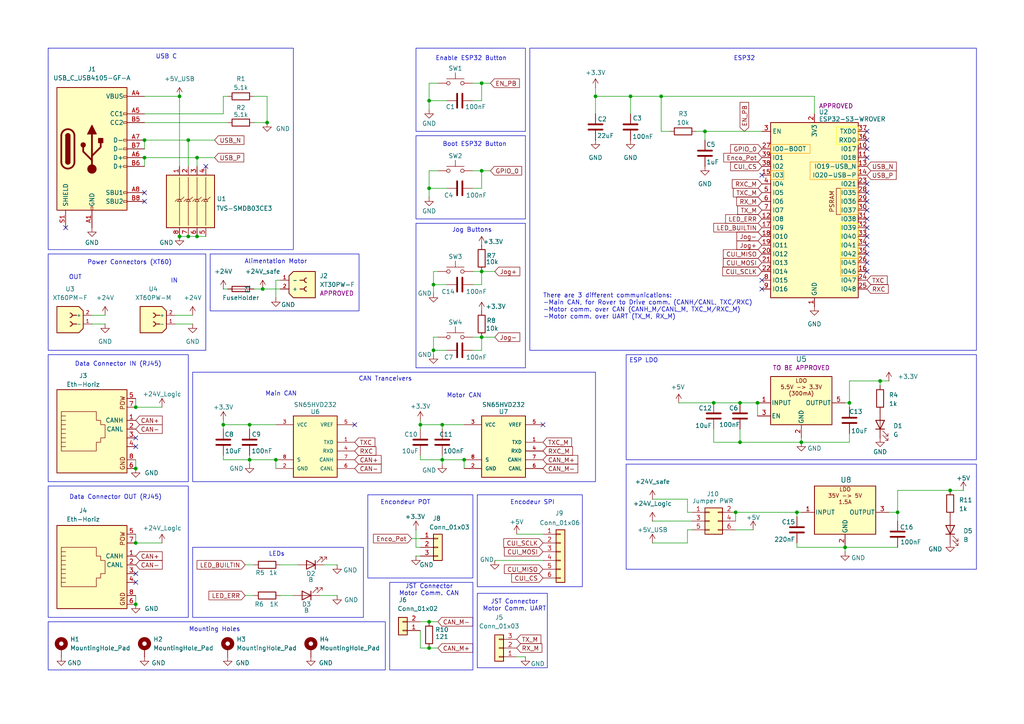
<source format=kicad_sch>
(kicad_sch (version 20231120) (generator "eeschema") (generator_version "8.0")
  (paper "A4")
  (junction (at 39.37 118.11))
  (junction (at 232.41 128.27))
  (junction (at 52.07 27.94))
  (junction (at 255.27 110.49))
  (junction (at 172.72 27.94))
  (junction (at 139.7 49.53))
  (junction (at 231.14 148.59))
  (junction (at 204.47 38.1))
  (junction (at 139.7 24.13))
  (junction (at 72.39 123.19))
  (junction (at 214.63 128.27))
  (junction (at 214.63 116.84))
  (junction (at 39.37 157.48))
  (junction (at 124.46 187.96))
  (junction (at 125.73 101.6))
  (junction (at 77.47 35.56))
  (junction (at 57.15 68.58))
  (junction (at 52.07 68.58))
  (junction (at 246.38 116.84))
  (junction (at 57.15 45.72))
  (junction (at 260.35 148.59))
  (junction (at 128.27 123.19))
  (junction (at 207.01 116.84))
  (junction (at 76.2 83.82))
  (junction (at 124.46 54.61))
  (junction (at 128.27 133.35))
  (junction (at 134.62 133.35))
  (junction (at 124.46 180.34))
  (junction (at 245.11 158.75))
  (junction (at 275.59 142.24))
  (junction (at 72.39 133.35))
  (junction (at 41.91 45.72))
  (junction (at 64.77 123.19))
  (junction (at 80.01 133.35))
  (junction (at 191.77 27.94))
  (junction (at 124.46 29.21))
  (junction (at 182.88 27.94))
  (junction (at 41.91 40.64))
  (junction (at 121.92 123.19))
  (junction (at 125.73 82.55))
  (junction (at 213.36 148.59))
  (junction (at 54.61 68.58))
  (junction (at 39.37 135.89))
  (junction (at 139.7 78.74))
  (junction (at 219.71 116.84))
  (junction (at 54.61 40.64))
  (junction (at 139.7 97.79))
  (junction (at 39.37 175.26))
  (no_connect (at 251.46 71.12))
  (no_connect (at 251.46 60.96))
  (no_connect (at 41.91 58.42))
  (no_connect (at 102.87 123.19))
  (no_connect (at 157.48 123.19))
  (no_connect (at 39.37 166.37))
  (no_connect (at 39.37 127))
  (no_connect (at 220.98 81.28))
  (no_connect (at 39.37 129.54))
  (no_connect (at 251.46 55.88))
  (no_connect (at 41.91 55.88))
  (no_connect (at 59.69 48.26))
  (no_connect (at 251.46 68.58))
  (no_connect (at 39.37 168.91))
  (no_connect (at 251.46 58.42))
  (no_connect (at 251.46 53.34))
  (no_connect (at 251.46 38.1))
  (no_connect (at 251.46 45.72))
  (no_connect (at 19.05 66.04))
  (no_connect (at 251.46 40.64))
  (no_connect (at 251.46 76.2))
  (no_connect (at 220.98 83.82))
  (no_connect (at 251.46 66.04))
  (no_connect (at 220.98 50.8))
  (no_connect (at 251.46 63.5))
  (no_connect (at 251.46 78.74))
  (no_connect (at 251.46 73.66))
  (no_connect (at 251.46 43.18))
  (wire (pts (xy 213.36 148.59) (xy 231.14 148.59)))
  (wire (pts (xy 199.39 153.67) (xy 200.66 153.67)))
  (wire (pts (xy 121.92 180.34) (xy 124.46 180.34)))
  (wire (pts (xy 204.47 38.1) (xy 204.47 40.64)))
  (wire (pts (xy 128.27 123.19) (xy 128.27 124.46)))
  (wire (pts (xy 191.77 38.1) (xy 194.31 38.1)))
  (wire (pts (xy 232.41 128.27) (xy 232.41 127)))
  (wire (pts (xy 64.77 123.19) (xy 64.77 124.46)))
  (wire (pts (xy 214.63 116.84) (xy 219.71 116.84)))
  (wire (pts (xy 93.98 163.83) (xy 97.79 163.83)))
  (wire (pts (xy 255.27 111.76) (xy 255.27 110.49)))
  (wire (pts (xy 80.01 133.35) (xy 80.01 135.89)))
  (wire (pts (xy 139.7 101.6) (xy 139.7 97.79)))
  (wire (pts (xy 246.38 125.73) (xy 246.38 128.27)))
  (wire (pts (xy 121.92 123.19) (xy 121.92 121.92)))
  (wire (pts (xy 207.01 116.84) (xy 214.63 116.84)))
  (wire (pts (xy 191.77 27.94) (xy 191.77 38.1)))
  (wire (pts (xy 143.51 162.56) (xy 157.48 162.56)))
  (wire (pts (xy 213.36 148.59) (xy 213.36 151.13)))
  (wire (pts (xy 72.39 132.08) (xy 72.39 133.35)))
  (wire (pts (xy 207.01 128.27) (xy 214.63 128.27)))
  (wire (pts (xy 54.61 40.64) (xy 62.23 40.64)))
  (wire (pts (xy 92.71 172.72) (xy 97.79 172.72)))
  (wire (pts (xy 73.66 35.56) (xy 77.47 35.56)))
  (wire (pts (xy 64.77 27.94) (xy 64.77 33.02)))
  (wire (pts (xy 199.39 144.78) (xy 189.23 144.78)))
  (wire (pts (xy 71.12 172.72) (xy 73.66 172.72)))
  (wire (pts (xy 231.14 148.59) (xy 231.14 149.86)))
  (wire (pts (xy 125.73 78.74) (xy 127 78.74)))
  (wire (pts (xy 125.73 78.74) (xy 125.73 82.55)))
  (wire (pts (xy 137.16 78.74) (xy 139.7 78.74)))
  (wire (pts (xy 72.39 123.19) (xy 72.39 124.46)))
  (wire (pts (xy 214.63 124.46) (xy 214.63 128.27)))
  (wire (pts (xy 231.14 157.48) (xy 231.14 158.75)))
  (wire (pts (xy 72.39 123.19) (xy 80.01 123.19)))
  (wire (pts (xy 73.66 83.82) (xy 76.2 83.82)))
  (wire (pts (xy 139.7 82.55) (xy 139.7 78.74)))
  (wire (pts (xy 54.61 68.58) (xy 57.15 68.58)))
  (wire (pts (xy 80.01 81.28) (xy 81.28 81.28)))
  (wire (pts (xy 201.93 38.1) (xy 204.47 38.1)))
  (wire (pts (xy 50.8 93.98) (xy 55.88 93.98)))
  (wire (pts (xy 41.91 40.64) (xy 54.61 40.64)))
  (wire (pts (xy 139.7 49.53) (xy 139.7 54.61)))
  (wire (pts (xy 72.39 133.35) (xy 72.39 134.62)))
  (wire (pts (xy 125.73 97.79) (xy 125.73 101.6)))
  (wire (pts (xy 139.7 97.79) (xy 143.51 97.79)))
  (wire (pts (xy 128.27 123.19) (xy 121.92 123.19)))
  (wire (pts (xy 214.63 128.27) (xy 232.41 128.27)))
  (wire (pts (xy 139.7 54.61) (xy 137.16 54.61)))
  (wire (pts (xy 246.38 118.11) (xy 246.38 116.84)))
  (wire (pts (xy 39.37 154.94) (xy 39.37 157.48)))
  (wire (pts (xy 219.71 116.84) (xy 219.71 120.65)))
  (wire (pts (xy 76.2 83.82) (xy 81.28 83.82)))
  (wire (pts (xy 124.46 24.13) (xy 127 24.13)))
  (wire (pts (xy 199.39 157.48) (xy 199.39 153.67)))
  (wire (pts (xy 41.91 33.02) (xy 64.77 33.02)))
  (wire (pts (xy 182.88 27.94) (xy 191.77 27.94)))
  (wire (pts (xy 121.92 187.96) (xy 121.92 182.88)))
  (wire (pts (xy 172.72 27.94) (xy 172.72 33.02)))
  (wire (pts (xy 172.72 25.4) (xy 172.72 27.94)))
  (wire (pts (xy 26.67 91.44) (xy 30.48 91.44)))
  (wire (pts (xy 52.07 68.58) (xy 54.61 68.58)))
  (wire (pts (xy 246.38 110.49) (xy 255.27 110.49)))
  (wire (pts (xy 50.8 91.44) (xy 55.88 91.44)))
  (wire (pts (xy 64.77 123.19) (xy 64.77 121.92)))
  (wire (pts (xy 73.66 27.94) (xy 77.47 27.94)))
  (wire (pts (xy 39.37 172.72) (xy 39.37 175.26)))
  (wire (pts (xy 260.35 151.13) (xy 260.35 148.59)))
  (wire (pts (xy 54.61 40.64) (xy 54.61 48.26)))
  (wire (pts (xy 182.88 27.94) (xy 182.88 33.02)))
  (wire (pts (xy 64.77 83.82) (xy 66.04 83.82)))
  (wire (pts (xy 142.24 49.53) (xy 139.7 49.53)))
  (wire (pts (xy 125.73 97.79) (xy 127 97.79)))
  (wire (pts (xy 137.16 97.79) (xy 139.7 97.79)))
  (wire (pts (xy 196.85 116.84) (xy 207.01 116.84)))
  (wire (pts (xy 139.7 78.74) (xy 143.51 78.74)))
  (wire (pts (xy 81.28 172.72) (xy 85.09 172.72)))
  (wire (pts (xy 121.92 158.75) (xy 120.65 158.75)))
  (wire (pts (xy 120.65 161.29) (xy 121.92 161.29)))
  (wire (pts (xy 125.73 82.55) (xy 125.73 85.09)))
  (wire (pts (xy 41.91 40.64) (xy 41.91 43.18)))
  (wire (pts (xy 245.11 160.02) (xy 245.11 158.75)))
  (wire (pts (xy 213.36 153.67) (xy 218.44 153.67)))
  (wire (pts (xy 119.38 156.21) (xy 121.92 156.21)))
  (wire (pts (xy 260.35 148.59) (xy 257.81 148.59)))
  (wire (pts (xy 142.24 24.13) (xy 139.7 24.13)))
  (wire (pts (xy 246.38 128.27) (xy 232.41 128.27)))
  (wire (pts (xy 139.7 24.13) (xy 139.7 29.21)))
  (wire (pts (xy 77.47 27.94) (xy 77.47 35.56)))
  (wire (pts (xy 41.91 45.72) (xy 57.15 45.72)))
  (wire (pts (xy 207.01 128.27) (xy 207.01 124.46)))
  (wire (pts (xy 275.59 142.24) (xy 260.35 142.24)))
  (wire (pts (xy 275.59 142.24) (xy 279.4 142.24)))
  (wire (pts (xy 246.38 116.84) (xy 245.11 116.84)))
  (wire (pts (xy 39.37 135.89) (xy 39.37 133.35)))
  (wire (pts (xy 124.46 180.34) (xy 127 180.34)))
  (wire (pts (xy 137.16 101.6) (xy 139.7 101.6)))
  (wire (pts (xy 72.39 133.35) (xy 80.01 133.35)))
  (wire (pts (xy 128.27 133.35) (xy 134.62 133.35)))
  (wire (pts (xy 260.35 142.24) (xy 260.35 148.59)))
  (wire (pts (xy 149.86 190.5) (xy 152.4 190.5)))
  (wire (pts (xy 39.37 157.48) (xy 46.99 157.48)))
  (wire (pts (xy 199.39 148.59) (xy 199.39 144.78)))
  (wire (pts (xy 121.92 123.19) (xy 121.92 124.46)))
  (wire (pts (xy 125.73 101.6) (xy 125.73 102.87)))
  (wire (pts (xy 124.46 49.53) (xy 127 49.53)))
  (wire (pts (xy 124.46 54.61) (xy 129.54 54.61)))
  (wire (pts (xy 121.92 187.96) (xy 124.46 187.96)))
  (wire (pts (xy 41.91 45.72) (xy 41.91 48.26)))
  (wire (pts (xy 80.01 86.36) (xy 80.01 81.28)))
  (wire (pts (xy 128.27 133.35) (xy 128.27 132.08)))
  (wire (pts (xy 64.77 133.35) (xy 64.77 132.08)))
  (wire (pts (xy 41.91 35.56) (xy 66.04 35.56)))
  (wire (pts (xy 137.16 82.55) (xy 139.7 82.55)))
  (wire (pts (xy 189.23 157.48) (xy 199.39 157.48)))
  (wire (pts (xy 245.11 158.75) (xy 260.35 158.75)))
  (wire (pts (xy 81.28 163.83) (xy 86.36 163.83)))
  (wire (pts (xy 191.77 27.94) (xy 236.22 27.94)))
  (wire (pts (xy 128.27 133.35) (xy 128.27 134.62)))
  (wire (pts (xy 137.16 24.13) (xy 139.7 24.13)))
  (wire (pts (xy 124.46 49.53) (xy 124.46 54.61)))
  (wire (pts (xy 121.92 133.35) (xy 128.27 133.35)))
  (wire (pts (xy 57.15 45.72) (xy 62.23 45.72)))
  (wire (pts (xy 172.72 27.94) (xy 182.88 27.94)))
  (wire (pts (xy 124.46 24.13) (xy 124.46 29.21)))
  (wire (pts (xy 231.14 158.75) (xy 245.11 158.75)))
  (wire (pts (xy 57.15 45.72) (xy 57.15 48.26)))
  (wire (pts (xy 64.77 123.19) (xy 72.39 123.19)))
  (wire (pts (xy 149.86 154.94) (xy 157.48 154.94)))
  (wire (pts (xy 71.12 163.83) (xy 73.66 163.83)))
  (wire (pts (xy 125.73 82.55) (xy 129.54 82.55)))
  (wire (pts (xy 189.23 151.13) (xy 200.66 151.13)))
  (wire (pts (xy 124.46 54.61) (xy 124.46 57.15)))
  (wire (pts (xy 124.46 29.21) (xy 124.46 31.75)))
  (wire (pts (xy 125.73 101.6) (xy 129.54 101.6)))
  (wire (pts (xy 52.07 48.26) (xy 52.07 27.94)))
  (wire (pts (xy 121.92 133.35) (xy 121.92 132.08)))
  (wire (pts (xy 124.46 187.96) (xy 127 187.96)))
  (wire (pts (xy 134.62 133.35) (xy 134.62 135.89)))
  (wire (pts (xy 137.16 49.53) (xy 139.7 49.53)))
  (wire (pts (xy 120.65 158.75) (xy 120.65 153.67)))
  (wire (pts (xy 39.37 118.11) (xy 46.99 118.11)))
  (wire (pts (xy 255.27 110.49) (xy 257.81 110.49)))
  (wire (pts (xy 231.14 148.59) (xy 232.41 148.59)))
  (wire (pts (xy 139.7 29.21) (xy 137.16 29.21)))
  (wire (pts (xy 134.62 123.19) (xy 128.27 123.19)))
  (wire (pts (xy 199.39 148.59) (xy 200.66 148.59)))
  (wire (pts (xy 57.15 68.58) (xy 59.69 68.58)))
  (wire (pts (xy 204.47 38.1) (xy 220.98 38.1)))
  (wire (pts (xy 124.46 29.21) (xy 129.54 29.21)))
  (wire (pts (xy 26.67 93.98) (xy 30.48 93.98)))
  (wire (pts (xy 64.77 133.35) (xy 72.39 133.35)))
  (wire (pts (xy 41.91 27.94) (xy 52.07 27.94)))
  (wire (pts (xy 236.22 27.94) (xy 236.22 33.02)))
  (wire (pts (xy 246.38 110.49) (xy 246.38 116.84)))
  (wire (pts (xy 39.37 115.57) (xy 39.37 118.11)))
  (wire (pts (xy 64.77 27.94) (xy 66.04 27.94)))
  (rectangle (start 13.97 140.97) (end 54.61 179.07))
  (rectangle (start 120.65 13.97) (end 152.4 38.1))
  (rectangle (start 120.65 64.77) (end 152.4 106.68))
  (rectangle (start 13.97 102.87) (end 54.61 139.7))
  (rectangle (start 55.88 158.75) (end 105.41 179.07))
  (rectangle (start 13.97 73.66) (end 59.69 101.6))
  (rectangle (start 106.68 143.51) (end 137.16 167.64))
  (rectangle (start 120.65 39.37) (end 152.4 63.5))
  (rectangle (start 153.67 13.97) (end 283.21 101.6))
  (rectangle (start 13.97 13.97) (end 85.09 72.39))
  (rectangle (start 55.88 107.95) (end 172.72 139.7))
  (rectangle (start 13.97 180.34) (end 111.76 194.31))
  (rectangle (start 138.43 143.51) (end 168.91 170.18))
  (rectangle (start 60.96 73.66) (end 104.14 90.17))
  (rectangle (start 138.43 172.085) (end 158.75 193.675))
  (rectangle (start 181.61 102.87) (end 283.21 133.35))
  (rectangle (start 181.61 134.62) (end 283.21 165.1))
  (rectangle (start 113.03 168.91) (end 137.16 194.31))
  (text "ESP32" (at 215.9 17.018 0) (effects (font (size 1.27 1.27))))
  (text "Data Connector IN (RJ45)" (at 34.29 105.664 0) (effects (font (size 1.27 1.27))))
  (text "OUT" (at 21.844 80.518 0) (effects (font (size 1.27 1.27))))
  (text "Mounting Holes" (at 62.23 182.626 0) (effects (font (size 1.27 1.27))))
  (text "Encodeur SPI" (at 154.432 145.796 0) (effects (font (size 1.27 1.27))))
  (text "Power Connectors (XT60)" (at 37.592 76.2 0) (effects (font (size 1.27 1.27))))
  (text "JST Connector\nMotor Comm. UART" (at 149.225 175.641 0) (effects (font (size 1.27 1.27))))
  (text "Main CAN" (at 81.534 114.3 0) (effects (font (size 1.27 1.27))))
  (text "Motor CAN" (at 134.62 114.808 0) (effects (font (size 1.27 1.27))))
  (text "There are 3 different communications:\n-Main CAN, for Rover to Drive comm. (CANH/CANL, TXC/RXC)\n-Motor comm. over CAN (CANH_M/CANL_M, TXC_M/RXC_M)\n-Motor comm. over UART (TX_M, RX_M)" (at 157.48 88.9 0) (effects (font (size 1.27 1.27)) (justify left)))
  (text "ESP LDO" (at 186.69 104.648 0) (effects (font (size 1.27 1.27))))
  (text "Alimentation Motor" (at 80.01 75.946 0) (effects (font (size 1.27 1.27))))
  (text "Boot ESP32 Button" (at 137.668 41.91 0) (effects (font (size 1.27 1.27))))
  (text "Jog Buttons" (at 136.906 66.802 0) (effects (font (size 1.27 1.27))))
  (text "Enable ESP32 Button" (at 136.652 17.018 0) (effects (font (size 1.27 1.27))))
  (text "IN" (at 50.546 81.534 0) (effects (font (size 1.27 1.27))))
  (text "CAN Tranceivers" (at 111.76 109.982 0) (effects (font (size 1.27 1.27))))
  (text "Data Connector OUT (RJ45)" (at 33.528 144.272 0) (effects (font (size 1.27 1.27))))
  (text "USB C" (at 48.26 16.51 0) (effects (font (size 1.27 1.27))))
  (text "LEDs" (at 80.264 160.782 0) (effects (font (size 1.27 1.27))))
  (text "Encondeur POT" (at 117.602 145.796 0) (effects (font (size 1.27 1.27))))
  (text "JST Connector\nMotor Comm. CAN" (at 124.46 171.196 0) (effects (font (size 1.27 1.27))))
  (global_label "LED_ERR" (shape input) (at 220.98 63.5 180) (property "Intersheetrefs" "${INTERSHEET_REFS}" (effects (hide yes))))
  (global_label "EN_PB" (shape input) (at 215.9 38.1 90) (property "Intersheetrefs" "${INTERSHEET_REFS}" (effects (hide yes))))
  (global_label "LED_BUILTIN" (shape input) (at 220.98 66.04 180) (property "Intersheetrefs" "${INTERSHEET_REFS}" (effects (hide yes))))
  (global_label "USB_P" (shape input) (at 251.46 50.8 0) (property "Intersheetrefs" "${INTERSHEET_REFS}" (effects (hide yes))))
  (global_label "RX_M" (shape input) (at 149.86 187.96 0) (property "Intersheetrefs" "${INTERSHEET_REFS}" (effects (hide yes))))
  (global_label "CUI_CS" (shape input) (at 220.98 48.26 180) (property "Intersheetrefs" "${INTERSHEET_REFS}" (effects (hide yes))))
  (global_label "CUI_SCLK" (shape input) (at 220.98 78.74 180) (property "Intersheetrefs" "${INTERSHEET_REFS}" (effects (hide yes))))
  (global_label "Jog-" (shape input) (at 220.98 68.58 180) (property "Intersheetrefs" "${INTERSHEET_REFS}" (effects (hide yes))))
  (global_label "Jog+" (shape input) (at 143.51 78.74 0) (property "Intersheetrefs" "${INTERSHEET_REFS}" (effects (hide yes))))
  (global_label "GPIO_0" (shape input) (at 142.24 49.53 0) (property "Intersheetrefs" "${INTERSHEET_REFS}" (effects (hide yes))))
  (global_label "LED_BUILTIN" (shape input) (at 71.12 163.83 180) (property "Intersheetrefs" "${INTERSHEET_REFS}" (effects (hide yes))))
  (global_label "TX_M" (shape input) (at 220.98 60.96 180) (property "Intersheetrefs" "${INTERSHEET_REFS}" (effects (hide yes))))
  (global_label "CUI_MISO" (shape input) (at 157.48 165.1 180) (property "Intersheetrefs" "${INTERSHEET_REFS}" (effects (hide yes))))
  (global_label "CUI_SCLK" (shape input) (at 157.48 157.48 180) (property "Intersheetrefs" "${INTERSHEET_REFS}" (effects (hide yes))))
  (global_label "CAN+" (shape input) (at 39.37 161.29 0) (property "Intersheetrefs" "${INTERSHEET_REFS}" (effects (hide yes))))
  (global_label "TX_M" (shape input) (at 149.86 185.42 0) (property "Intersheetrefs" "${INTERSHEET_REFS}" (effects (hide yes))))
  (global_label "CAN_M+" (shape input) (at 127 187.96 0) (property "Intersheetrefs" "${INTERSHEET_REFS}" (effects (hide yes))))
  (global_label "CUI_MISO" (shape input) (at 220.98 73.66 180) (property "Intersheetrefs" "${INTERSHEET_REFS}" (effects (hide yes))))
  (global_label "CAN_M-" (shape input) (at 157.48 135.89 0) (property "Intersheetrefs" "${INTERSHEET_REFS}" (effects (hide yes))))
  (global_label "TXC_M" (shape input) (at 220.98 55.88 180) (property "Intersheetrefs" "${INTERSHEET_REFS}" (effects (hide yes))))
  (global_label "CAN_M+" (shape input) (at 157.48 133.35 0) (property "Intersheetrefs" "${INTERSHEET_REFS}" (effects (hide yes))))
  (global_label "CAN-" (shape input) (at 39.37 124.46 0) (property "Intersheetrefs" "${INTERSHEET_REFS}" (effects (hide yes))))
  (global_label "USB_P" (shape input) (at 62.23 45.72 0) (property "Intersheetrefs" "${INTERSHEET_REFS}" (effects (hide yes))))
  (global_label "TXC_M" (shape input) (at 157.48 128.27 0) (property "Intersheetrefs" "${INTERSHEET_REFS}" (effects (hide yes))))
  (global_label "RXC" (shape input) (at 251.46 83.82 0) (property "Intersheetrefs" "${INTERSHEET_REFS}" (effects (hide yes))))
  (global_label "LED_ERR" (shape input) (at 71.12 172.72 180) (property "Intersheetrefs" "${INTERSHEET_REFS}" (effects (hide yes))))
  (global_label "CAN+" (shape input) (at 102.87 133.35 0) (property "Intersheetrefs" "${INTERSHEET_REFS}" (effects (hide yes))))
  (global_label "CUI_MOSI" (shape input) (at 220.98 76.2 180) (property "Intersheetrefs" "${INTERSHEET_REFS}" (effects (hide yes))))
  (global_label "CAN+" (shape input) (at 39.37 121.92 0) (property "Intersheetrefs" "${INTERSHEET_REFS}" (effects (hide yes))))
  (global_label "USB_N" (shape input) (at 251.46 48.26 0) (property "Intersheetrefs" "${INTERSHEET_REFS}" (effects (hide yes))))
  (global_label "Jog+" (shape input) (at 220.98 71.12 180) (property "Intersheetrefs" "${INTERSHEET_REFS}" (effects (hide yes))))
  (global_label "CAN-" (shape input) (at 102.87 135.89 0) (property "Intersheetrefs" "${INTERSHEET_REFS}" (effects (hide yes))))
  (global_label "USB_N" (shape input) (at 62.23 40.64 0) (property "Intersheetrefs" "${INTERSHEET_REFS}" (effects (hide yes))))
  (global_label "CAN_M-" (shape input) (at 127 180.34 0) (property "Intersheetrefs" "${INTERSHEET_REFS}" (effects (hide yes))))
  (global_label "Enco_Pot" (shape input) (at 119.38 156.21 180) (property "Intersheetrefs" "${INTERSHEET_REFS}" (effects (hide yes))))
  (global_label "RXC_M" (shape input) (at 157.48 130.81 0) (property "Intersheetrefs" "${INTERSHEET_REFS}" (effects (hide yes))))
  (global_label "Enco_Pot" (shape input) (at 220.98 45.72 180) (property "Intersheetrefs" "${INTERSHEET_REFS}" (effects (hide yes))))
  (global_label "CUI_MOSI" (shape input) (at 157.48 160.02 180) (property "Intersheetrefs" "${INTERSHEET_REFS}" (effects (hide yes))))
  (global_label "RXC" (shape input) (at 102.87 130.81 0) (property "Intersheetrefs" "${INTERSHEET_REFS}" (effects (hide yes))))
  (global_label "CAN-" (shape input) (at 39.37 163.83 0) (property "Intersheetrefs" "${INTERSHEET_REFS}" (effects (hide yes))))
  (global_label "CUI_CS" (shape input) (at 157.48 167.64 180) (property "Intersheetrefs" "${INTERSHEET_REFS}" (effects (hide yes))))
  (global_label "Jog-" (shape input) (at 143.51 97.79 0) (property "Intersheetrefs" "${INTERSHEET_REFS}" (effects (hide yes))))
  (global_label "TXC" (shape input) (at 251.46 81.28 0) (property "Intersheetrefs" "${INTERSHEET_REFS}" (effects (hide yes))))
  (global_label "RXC_M" (shape input) (at 220.98 53.34 180) (property "Intersheetrefs" "${INTERSHEET_REFS}" (effects (hide yes))))
  (global_label "TXC" (shape input) (at 102.87 128.27 0) (property "Intersheetrefs" "${INTERSHEET_REFS}" (effects (hide yes))))
  (global_label "EN_PB" (shape input) (at 142.24 24.13 0) (property "Intersheetrefs" "${INTERSHEET_REFS}" (effects (hide yes))))
  (global_label "GPIO_0" (shape input) (at 220.98 43.18 180) (property "Intersheetrefs" "${INTERSHEET_REFS}" (effects (hide yes))))
  (global_label "RX_M" (shape input) (at 220.98 58.42 180) (property "Intersheetrefs" "${INTERSHEET_REFS}" (effects (hide yes))))
  (symbol (lib_id "Connector_Generic:Conn_02x03_Odd_Even") (at 205.74 151.13 0) (unit 1)
    (property "Reference" "J10" (at 206.756 143.256 0))
    (property "Value" "Jumper PWR" (at 206.756 145.288 0))
    (property "Footprint" "Connector_PinHeader_2.54mm:PinHeader_2x03_P2.54mm_Vertical" (effects (hide yes)))
    (property "Description" "Generic connector, double row, 02x03, odd/even pin numbering scheme (row 1 odd numbers, row 2 even numbers), script generated (kicad-library-utils/schlib/autogen/connector/)" (effects (hide yes)))
  )
  (symbol (lib_id "Rover_LIB:R_0805") (at 255.27 115.57 0) (unit 1)
    (property "Reference" "R4" (at 257.81 114.554 0) (effects (justify left)))
    (property "Value" "1k" (at 257.81 117.094 0) (effects (justify left)))
    (property "Footprint" "Resistor_SMD:R_0805_2012Metric_Pad1.20x1.40mm_HandSolder" (effects (hide yes)))
    (property "Description" "Resistor" (effects (hide yes)))
    (property "Package" "0805" (effects (hide yes)))
  )
  (symbol (lib_id "power:GND") (at 245.11 160.02 0) (unit 1)
    (property "Reference" "#PWR057" (effects (hide yes)))
    (property "Value" "GND" (at 248.92 161.798 0))
    (property "Description" "Power symbol creates a global label with name \"GND\" , ground" (effects (hide yes)))
  )
  (symbol (lib_id "Rover_LIB:ESP32-S3-WROVER") (at 236.22 60.96 0) (unit 1)
    (property "Reference" "U2" (at 237.49 32.512 0) (effects (justify left)))
    (property "Value" "ESP32-S3-WROVER" (at 237.49 34.544 0) (effects (justify left)))
    (property "Footprint" "RF_Module:ESP32-S3-WROOM-1U" (effects (hide yes)))
    (property "Datasheet" "https://www.espressif.com/sites/default/files/documentation/esp32-s3-wroom-1_wroom-1u_datasheet_en.pdf" (effects (hide yes)))
    (property "Description" "RF Module, ESP32-S3 SoC, Wi-Fi 802.11b/g/n, Bluetooth, BLE, 32-bit, 3.3V, onboard antenna, SMD" (effects (hide yes)))
    (property "Digikey Link" "https://www.digikey.ca/en/products/detail/espressif-systems/ESP32-S3-WROOM-1U-N8/16162635" (effects (hide yes)))
    (property "STATUS" "APPROVED" (at 237.49 30.734 0) (effects (justify left)))
  )
  (symbol (lib_id "Rover_LIB:LDO-LM7805MPX/NOPB") (at 245.11 140.97 0) (unit 1)
    (property "Reference" "U8" (at 245.364 139.192 0) (effects (font (size 1.524 1.524))))
    (property "Value" "LDO-LM7805MPX/NOPB" (effects (hide yes)))
    (property "Footprint" "Package_TO_SOT_SMD:SOT-223-3_TabPin2" (effects (hide yes)))
    (property "Datasheet" "https://www.ti.com/lit/ds/symlink/lm7800.pdf" (effects (hide yes)))
    (property "Description" "7.5V-35V To 5V LDO. 1.5A" (effects (hide yes)))
    (property "STATUS" "TO BE APPROVED" (effects (hide yes)))
  )
  (symbol (lib_id "Rover_LIB:C_0805") (at 246.38 121.92 0) (unit 1)
    (property "Reference" "C13" (at 250.19 119.38 0) (effects (justify right)))
    (property "Value" "10uF" (at 251.714 124.968 0) (effects (justify right)))
    (property "Footprint" "Capacitor_SMD:C_0805_2012Metric_Pad1.18x1.45mm_HandSolder" (effects (hide yes)))
    (property "Description" "Unpolarized capacitor" (effects (hide yes)))
    (property "Package" "0805" (effects (hide yes)))
  )
  (symbol (lib_id "Rover_LIB:C_0805") (at 133.35 82.55 90) (unit 1)
    (property "Reference" "C14" (at 128.016 84.582 90) (effects (justify right)))
    (property "Value" "100nF" (at 135.128 84.582 90) (effects (justify right)))
    (property "Footprint" "Capacitor_SMD:C_0805_2012Metric_Pad1.18x1.45mm_HandSolder" (effects (hide yes)))
    (property "Description" "Unpolarized capacitor" (effects (hide yes)))
    (property "Package" "0805" (effects (hide yes)))
  )
  (symbol (lib_id "Rover_LIB:MountingHole_Pad") (at 41.91 187.96 0) (unit 1) (exclude_from_sim yes) (in_bom no)
    (property "Reference" "H2" (at 44.45 185.4199 0) (effects (justify left)))
    (property "Value" "MountingHole_Pad" (at 44.45 187.9599 0) (effects (justify left)))
    (property "Footprint" "MountingHole:MountingHole_3.2mm_M3_DIN965_Pad_TopBottom" (effects (hide yes)))
    (property "Description" "Mounting Hole with connection" (effects (hide yes)))
  )
  (symbol (lib_id "Rover_LIB:CAN-Transceiver-SN65HVD232") (at 91.44 127 0) (unit 1)
    (property "Reference" "U6" (at 91.44 120.142 0) (effects (justify bottom)))
    (property "Value" "SN65HVD232" (at 91.44 118.11 0) (effects (justify bottom)))
    (property "Footprint" "Package_SO:SOIC-8_3.9x4.9mm_P1.27mm" (effects (hide yes)))
    (property "Datasheet" "https://www.ti.com/lit/ds/symlink/sn65hvd230.pdf?ts=1730319703644&ref_url=https%253A%252F%252Fwww.ti.com%252Fproduct%252FSN65HVD230" (effects (hide yes)))
    (property "Description" "CAN Transceiver" (effects (hide yes)))
    (property "PARTREV" "4" (effects (hide yes)))
    (property "STANDARD" "IPC 7351B" (effects (hide yes)))
    (property "MAXIMUM_PACKAGE_HEIGHT" "1.75 mm" (effects (hide yes)))
    (property "MANUFACTURER" "NXP USA" (effects (hide yes)))
    (property "STATUS" "APPROVED" (effects (hide yes)))
  )
  (symbol (lib_id "power:GND") (at 124.46 57.15 0) (unit 1)
    (property "Reference" "#PWR07" (effects (hide yes)))
    (property "Value" "GND" (at 124.46 61.214 0))
    (property "Description" "Power symbol creates a global label with name \"GND\" , ground" (effects (hide yes)))
  )
  (symbol (lib_id "power:GND") (at 236.22 88.9 0) (unit 1)
    (property "Reference" "#PWR020" (effects (hide yes)))
    (property "Value" "GND" (at 236.22 93.98 0))
    (property "Description" "Power symbol creates a global label with name \"GND\" , ground" (effects (hide yes)))
  )
  (symbol (lib_id "Rover_LIB:R_0805") (at 139.7 93.98 0) (unit 1)
    (property "Reference" "R8" (at 142.494 92.964 0))
    (property "Value" "10k" (at 142.748 95.25 0))
    (property "Footprint" "Resistor_SMD:R_0805_2012Metric_Pad1.20x1.40mm_HandSolder" (effects (hide yes)))
    (property "Description" "Resistor" (effects (hide yes)))
    (property "Package" "0805" (effects (hide yes)))
  )
  (symbol (lib_id "power:+5V") (at 149.86 154.94 0) (unit 1)
    (property "Reference" "#PWR047" (effects (hide yes)))
    (property "Value" "+5V" (at 149.86 151.384 0))
    (property "Description" "Power symbol creates a global label with name \"+5V\"" (effects (hide yes)))
  )
  (symbol (lib_id "power:+36V") (at 189.23 157.48 0) (unit 1)
    (property "Reference" "#PWR055" (effects (hide yes)))
    (property "Value" "+5V_USB" (at 189.23 153.67 0))
    (property "Description" "Power symbol creates a global label with name \"+36V\"" (effects (hide yes)))
  )
  (symbol (lib_id "Rover_LIB:C_0805") (at 207.01 120.65 0) (unit 1)
    (property "Reference" "C12" (at 206.502 118.364 0) (effects (justify right)))
    (property "Value" "10uF" (at 206.502 123.444 0) (effects (justify right)))
    (property "Footprint" "Capacitor_SMD:C_0805_2012Metric_Pad1.18x1.45mm_HandSolder" (effects (hide yes)))
    (property "Description" "Unpolarized capacitor" (effects (hide yes)))
    (property "Package" "0805" (effects (hide yes)))
  )
  (symbol (lib_id "power:+24V") (at 64.77 83.82 0) (unit 1)
    (property "Reference" "#PWR011" (effects (hide yes)))
    (property "Value" "+24V" (at 64.77 78.74 0))
    (property "Description" "Power symbol creates a global label with name \"+24V\"" (effects (hide yes)))
  )
  (symbol (lib_id "Rover_LIB:C_0805") (at 204.47 44.45 0) (unit 1)
    (property "Reference" "C5" (at 207.518 41.91 0) (effects (justify right)))
    (property "Value" "1uF" (at 208.534 46.99 0) (effects (justify right)))
    (property "Footprint" "Capacitor_SMD:C_0805_2012Metric_Pad1.18x1.45mm_HandSolder" (effects (hide yes)))
    (property "Description" "Unpolarized capacitor" (effects (hide yes)))
    (property "Package" "0805" (effects (hide yes)))
  )
  (symbol (lib_id "power:GND") (at 39.37 175.26 0) (unit 1)
    (property "Reference" "#PWR035" (effects (hide yes)))
    (property "Value" "GND" (at 41.91 176.5299 0) (effects (justify left)))
    (property "Description" "Power symbol creates a global label with name \"GND\" , ground" (effects (hide yes)))
  )
  (symbol (lib_id "Connector_Generic:Conn_01x06") (at 162.56 160.02 0) (unit 1)
    (property "Reference" "J9" (at 161.036 148.844 0) (effects (justify left)))
    (property "Value" "Conn_01x06" (at 156.464 151.638 0) (effects (justify left)))
    (property "Footprint" "Connector_JST:JST_PH_B6B-PH-K_1x06_P2.00mm_Vertical" (effects (hide yes)))
    (property "Description" "Generic connector, single row, 01x06, script generated (kicad-library-utils/schlib/autogen/connector/)" (effects (hide yes)))
  )
  (symbol (lib_id "Rover_LIB:SW-PTS815SJM250SMTRLFS") (at 132.08 78.74 0) (unit 1)
    (property "Reference" "SW3" (at 132.08 74.422 0))
    (property "Value" "SW-PTS815SJM250SMTRLFS" (effects (hide yes)))
    (property "Footprint" "RoverFootprint:SW-PTS815 SJM250SMTRLFS" (effects (hide yes)))
    (property "Datasheet" "https://www.ckswitches.com/media/2728/pts815.pdf" (effects (hide yes)))
    (property "Description" "Push button switch" (effects (hide yes)))
  )
  (symbol (lib_id "power:+24V") (at 30.48 91.44 0) (unit 1)
    (property "Reference" "#PWR015" (effects (hide yes)))
    (property "Value" "+24V" (at 30.48 86.36 0))
    (property "Description" "Power symbol creates a global label with name \"+24V\"" (effects (hide yes)))
  )
  (symbol (lib_id "Rover_LIB:Eth-Horiz-54601-908WPLF") (at 26.67 165.1 0) (unit 1)
    (property "Reference" "J4" (at 24.13 148.082 0))
    (property "Value" "Eth-Horiz" (at 24.13 150.622 0))
    (property "Footprint" "RoverFootprint:Ethernet_Horizontal" (effects (hide yes)))
    (property "Description" "RJ connector, 8P8C (8 positions 8 connected), RJ31/RJ32/RJ33/RJ34/RJ35/RJ41/RJ45/RJ49/RJ61" (effects (hide yes)))
    (property "STATUS" "APPROVED" (effects (hide yes)))
  )
  (symbol (lib_id "power:GND") (at 182.88 40.64 0) (unit 1)
    (property "Reference" "#PWR06" (effects (hide yes)))
    (property "Value" "GND" (at 182.88 45.72 0))
    (property "Description" "Power symbol creates a global label with name \"GND\" , ground" (effects (hide yes)))
  )
  (symbol (lib_id "power:GND") (at 255.27 127 0) (unit 1)
    (property "Reference" "#PWR031" (effects (hide yes)))
    (property "Value" "GND" (at 255.27 131.064 0))
    (property "Description" "Power symbol creates a global label with name \"GND\" , ground" (effects (hide yes)))
  )
  (symbol (lib_id "Rover_LIB:R_0805") (at 77.47 163.83 90) (unit 1)
    (property "Reference" "R5" (at 75.438 166.116 90))
    (property "Value" "1k" (at 79.248 166.116 90))
    (property "Footprint" "Resistor_SMD:R_0805_2012Metric_Pad1.20x1.40mm_HandSolder" (effects (hide yes)))
    (property "Description" "Resistor" (effects (hide yes)))
    (property "Package" "0805" (effects (hide yes)))
  )
  (symbol (lib_id "Rover_LIB:LED") (at 275.59 153.67 90) (unit 1)
    (property "Reference" "D5" (at 279.4 153.9874 90) (effects (justify right)))
    (property "Value" "B" (at 279.4 156.5274 90) (effects (justify right)))
    (property "Footprint" "LED_SMD:LED_0805_2012Metric_Pad1.15x1.40mm_HandSolder" (effects (hide yes)))
    (property "Description" "Light emitting diode" (effects (hide yes)))
  )
  (symbol (lib_id "power:GND") (at 143.51 162.56 0) (unit 1)
    (property "Reference" "#PWR046" (effects (hide yes)))
    (property "Value" "GND" (at 141.224 162.306 0))
    (property "Description" "Power symbol creates a global label with name \"GND\" , ground" (effects (hide yes)))
  )
  (symbol (lib_id "Rover_LIB:C_0805") (at 182.88 36.83 0) (unit 1)
    (property "Reference" "C3" (at 186.182 34.29 0) (effects (justify right)))
    (property "Value" "100nF" (at 189.484 39.624 0) (effects (justify right)))
    (property "Footprint" "Capacitor_SMD:C_0805_2012Metric_Pad1.18x1.45mm_HandSolder" (effects (hide yes)))
    (property "Description" "Unpolarized capacitor" (effects (hide yes)))
    (property "Package" "0805" (effects (hide yes)))
  )
  (symbol (lib_id "power:GND") (at 125.73 85.09 0) (unit 1)
    (property "Reference" "#PWR013" (effects (hide yes)))
    (property "Value" "GND" (at 123.19 85.09 0))
    (property "Description" "Power symbol creates a global label with name \"GND\" , ground" (effects (hide yes)))
  )
  (symbol (lib_id "power:GND") (at 72.39 134.62 0) (unit 1)
    (property "Reference" "#PWR029" (effects (hide yes)))
    (property "Value" "GND" (at 68.58 135.89 0))
    (property "Description" "Power symbol creates a global label with name \"GND\" , ground" (effects (hide yes)))
  )
  (symbol (lib_id "power:+28V") (at 46.99 118.11 0) (unit 1)
    (property "Reference" "#PWR021" (effects (hide yes)))
    (property "Value" "+24V_Logic" (at 46.99 114.3 0))
    (property "Description" "Power symbol creates a global label with name \"+28V\"" (effects (hide yes)))
  )
  (symbol (lib_id "power:GND") (at 124.46 31.75 0) (unit 1)
    (property "Reference" "#PWR02" (effects (hide yes)))
    (property "Value" "GND" (at 124.46 35.814 0))
    (property "Description" "Power symbol creates a global label with name \"GND\" , ground" (effects (hide yes)))
  )
  (symbol (lib_id "Rover_LIB:C_0805") (at 260.35 154.94 0) (unit 1)
    (property "Reference" "C16" (at 264.922 152.908 0) (effects (justify right)))
    (property "Value" "100nF" (at 267.208 157.226 0) (effects (justify right)))
    (property "Footprint" "Capacitor_SMD:C_0805_2012Metric_Pad1.18x1.45mm_HandSolder" (effects (hide yes)))
    (property "Description" "Unpolarized capacitor" (effects (hide yes)))
    (property "Package" "0805" (effects (hide yes)))
  )
  (symbol (lib_id "power:GND") (at 80.01 86.36 0) (unit 1)
    (property "Reference" "#PWR014" (effects (hide yes)))
    (property "Value" "GND" (at 83.566 88.392 0))
    (property "Description" "Power symbol creates a global label with name \"GND\" , ground" (effects (hide yes)))
  )
  (symbol (lib_id "power:+5V") (at 279.4 142.24 0) (unit 1)
    (property "Reference" "#PWR059" (effects (hide yes)))
    (property "Value" "+5V" (at 279.4 138.684 0))
    (property "Description" "Power symbol creates a global label with name \"+5V\"" (effects (hide yes)))
  )
  (symbol (lib_id "Rover_LIB:XT60PW-M") (at 44.45 86.36 0) (unit 1)
    (property "Reference" "U4" (at 44.45 83.82 0))
    (property "Value" "XT60PW-M" (at 44.45 86.36 0))
    (property "Footprint" "RoverFootprint:AMASS_XT60PW-M_1x02_P7.20mm_Horizontal" (effects (hide yes)))
    (property "STATUS" "APPROVED" (effects (hide yes)))
  )
  (symbol (lib_id "Connector_Generic:Conn_01x03") (at 144.78 187.96 180) (unit 1)
    (property "Reference" "J5" (at 144.78 179.07 0))
    (property "Value" "Conn_01x03" (at 144.78 181.61 0))
    (property "Footprint" "Connector_JST:JST_PH_S3B-PH-K_1x03_P2.00mm_Horizontal" (effects (hide yes)))
    (property "Description" "Generic connector, single row, 01x03, script generated (kicad-library-utils/schlib/autogen/connector/)" (effects (hide yes)))
  )
  (symbol (lib_id "power:+15V") (at 189.23 144.78 0) (unit 1)
    (property "Reference" "#PWR053" (effects (hide yes)))
    (property "Value" "+24V_safe" (at 189.23 139.7 0))
    (property "Description" "Power symbol creates a global label with name \"+15V\"" (effects (hide yes)))
  )
  (symbol (lib_id "Rover_LIB:SW-PTS815SJM250SMTRLFS") (at 132.08 49.53 0) (unit 1)
    (property "Reference" "SW2" (at 132.08 45.212 0))
    (property "Value" "SW-PTS815SJM250SMTRLFS" (effects (hide yes)))
    (property "Footprint" "RoverFootprint:SW-PTS815 SJM250SMTRLFS" (effects (hide yes)))
    (property "Datasheet" "https://www.ckswitches.com/media/2728/pts815.pdf" (effects (hide yes)))
    (property "Description" "Push button switch" (effects (hide yes)))
  )
  (symbol (lib_id "power:GND") (at 232.41 128.27 0) (unit 1)
    (property "Reference" "#PWR032" (effects (hide yes)))
    (property "Value" "GND" (at 236.22 130.048 0))
    (property "Description" "Power symbol creates a global label with name \"GND\" , ground" (effects (hide yes)))
  )
  (symbol (lib_id "Rover_LIB:XT60PW-F") (at 20.32 86.36 0) (unit 1)
    (property "Reference" "U3" (at 20.32 83.82 0))
    (property "Value" "XT60PM-F" (at 20.32 86.36 0))
    (property "Footprint" "RoverFootprint:AMASS_XT60PW-F_1x02_P7.20mm_Horizontal" (effects (hide yes)))
    (property "STATUS" "APPROVED" (effects (hide yes)))
  )
  (symbol (lib_id "power:+3.3V") (at 121.92 121.92 0) (unit 1)
    (property "Reference" "#PWR026" (effects (hide yes)))
    (property "Value" "+3.3V" (at 121.92 117.856 0))
    (property "Description" "Power symbol creates a global label with name \"+3.3V\"" (effects (hide yes)))
  )
  (symbol (lib_id "power:GND") (at 55.88 93.98 0) (unit 1)
    (property "Reference" "#PWR018" (effects (hide yes)))
    (property "Value" "GND" (at 55.88 99.06 0))
    (property "Description" "Power symbol creates a global label with name \"GND\" , ground" (effects (hide yes)))
  )
  (symbol (lib_id "Rover_LIB:XT30PW-F") (at 83.82 83.82 180) (unit 1)
    (property "Reference" "J2" (at 92.71 80.0099 0) (effects (justify right)))
    (property "Value" "XT30PW-F" (at 92.71 82.5499 0) (effects (justify right)))
    (property "Footprint" "RoverFootprint:AMASS_XT30PW-F_1x02_P2.50mm_Horizontal" (effects (hide yes)))
    (property "MF" "amass" (effects (hide yes)))
    (property "MAXIMUM_PACKAGE_HEIGHT" "5 mm" (effects (hide yes)))
    (property "Package" "None" (effects (hide yes)))
    (property "Price" "None" (effects (hide yes)))
    (property "Check_prices" "https://www.snapeda.com/parts/XT30PW-F/AMASS/view-part/?ref=eda" (effects (hide yes)))
    (property "STANDARD" "Manufacturer Recommendations" (effects (hide yes)))
    (property "PARTREV" "1.2" (effects (hide yes)))
    (property "SnapEDA_Link" "https://www.snapeda.com/parts/XT30PW-F/AMASS/view-part/?ref=snap" (effects (hide yes)))
    (property "MP" "XT30PW-F" (effects (hide yes)))
    (property "Description_1" "\nSocket; DC supply; XT30; female; PIN: 2; on PCBs; THT; yellow; 15A\n" (effects (hide yes)))
    (property "MANUFACTURER" "Amass" (effects (hide yes)))
    (property "Availability" "Not in stock" (effects (hide yes)))
    (property "SNAPEDA_PN" "XT30PW-F" (effects (hide yes)))
    (property "STATUS" "APPROVED" (at 92.71 85.0899 0) (effects (justify right)))
  )
  (symbol (lib_id "power:GND") (at 41.91 190.5 0) (unit 1)
    (property "Reference" "#PWR039" (effects (hide yes)))
    (property "Value" "GND" (at 45.974 192.278 0))
    (property "Description" "Power symbol creates a global label with name \"GND\" , ground" (effects (hide yes)))
  )
  (symbol (lib_id "power:GND") (at 52.07 68.58 0) (unit 1)
    (property "Reference" "#PWR010" (effects (hide yes)))
    (property "Value" "GND" (at 48.26 70.358 0))
    (property "Description" "Power symbol creates a global label with name \"GND\" , ground" (effects (hide yes)))
  )
  (symbol (lib_id "power:GND") (at 275.59 157.48 0) (unit 1)
    (property "Reference" "#PWR058" (effects (hide yes)))
    (property "Value" "GND" (at 271.272 159.258 0))
    (property "Description" "Power symbol creates a global label with name \"GND\" , ground" (effects (hide yes)))
  )
  (symbol (lib_id "power:GND") (at 66.04 190.5 0) (unit 1)
    (property "Reference" "#PWR040" (effects (hide yes)))
    (property "Value" "GND" (at 70.358 192.278 0))
    (property "Description" "Power symbol creates a global label with name \"GND\" , ground" (effects (hide yes)))
  )
  (symbol (lib_id "Rover_LIB:MountingHole_Pad") (at 17.78 187.96 0) (unit 1) (exclude_from_sim yes) (in_bom no)
    (property "Reference" "H1" (at 20.32 185.4199 0) (effects (justify left)))
    (property "Value" "MountingHole_Pad" (at 20.32 187.9599 0) (effects (justify left)))
    (property "Footprint" "MountingHole:MountingHole_3.2mm_M3_DIN965_Pad_TopBottom" (effects (hide yes)))
    (property "Description" "Mounting Hole with connection" (effects (hide yes)))
  )
  (symbol (lib_id "Rover_LIB:FuseHolder") (at 69.85 83.82 0) (mirror y) (unit 1)
    (property "Reference" "F1" (at 71.882 83.82 90))
    (property "Value" "FuseHolder" (at 69.85 86.36 0))
    (property "Footprint" "RoverFootprint:FUSE_3568-20" (effects (hide yes)))
    (property "Description" "Fuseholder through hole, 30A max" (effects (hide yes)))
    (property "STATUS" "APPROVED" (effects (hide yes)))
    (property "PACKAGE" "THT" (effects (hide yes)))
  )
  (symbol (lib_id "power:+5V") (at 196.85 116.84 0) (unit 1)
    (property "Reference" "#PWR023" (effects (hide yes)))
    (property "Value" "+5V" (at 196.596 112.268 0))
    (property "Description" "Power symbol creates a global label with name \"+5V\"" (effects (hide yes)))
  )
  (symbol (lib_id "power:GND") (at 152.4 190.5 0) (unit 1)
    (property "Reference" "#PWR037" (effects (hide yes)))
    (property "Value" "GND" (at 155.956 192.532 0))
    (property "Description" "Power symbol creates a global label with name \"GND\" , ground" (effects (hide yes)))
  )
  (symbol (lib_id "power:GND") (at 77.47 35.56 0) (unit 1)
    (property "Reference" "#PWR03" (effects (hide yes)))
    (property "Value" "GND" (at 82.042 37.338 0))
    (property "Description" "Power symbol creates a global label with name \"GND\" , ground" (effects (hide yes)))
  )
  (symbol (lib_id "Rover_LIB:R_0805") (at 69.85 27.94 90) (unit 1)
    (property "Reference" "R1" (at 69.85 22.86 90))
    (property "Value" "5.1k" (at 69.85 25.4 90))
    (property "Footprint" "Resistor_SMD:R_0805_2012Metric_Pad1.20x1.40mm_HandSolder" (effects (hide yes)))
    (property "Description" "Resistor" (effects (hide yes)))
    (property "Package" "0805" (effects (hide yes)))
  )
  (symbol (lib_id "power:+3.3V") (at 172.72 25.4 0) (unit 1)
    (property "Reference" "#PWR04" (effects (hide yes)))
    (property "Value" "+3.3V" (at 172.72 21.082 0))
    (property "Description" "Power symbol creates a global label with name \"+3.3V\"" (effects (hide yes)))
  )
  (symbol (lib_id "Rover_LIB:C_0805") (at 214.63 120.65 0) (unit 1)
    (property "Reference" "C6" (at 214.122 118.364 0) (effects (justify right)))
    (property "Value" "100nF" (at 214.63 123.19 0) (effects (justify right)))
    (property "Footprint" "Capacitor_SMD:C_0805_2012Metric_Pad1.18x1.45mm_HandSolder" (effects (hide yes)))
    (property "Description" "Unpolarized capacitor" (effects (hide yes)))
    (property "Package" "0805" (effects (hide yes)))
  )
  (symbol (lib_id "power:+15V") (at 76.2 83.82 0) (unit 1)
    (property "Reference" "#PWR012" (effects (hide yes)))
    (property "Value" "+24V_safe" (at 76.2 78.74 0))
    (property "Description" "Power symbol creates a global label with name \"+15V\"" (effects (hide yes)))
  )
  (symbol (lib_id "Rover_LIB:C_0805") (at 128.27 128.27 0) (unit 1)
    (property "Reference" "C11" (at 131.318 125.984 0) (effects (justify right)))
    (property "Value" "100nF" (at 134.62 130.81 0) (effects (justify right)))
    (property "Footprint" "Capacitor_SMD:C_0805_2012Metric_Pad1.18x1.45mm_HandSolder" (effects (hide yes)))
    (property "Description" "Unpolarized capacitor" (effects (hide yes)))
    (property "Package" "0805" (effects (hide yes)))
  )
  (symbol (lib_name "Eth-Horiz-54601-908WPLF_1") (lib_id "Rover_LIB:Eth-Horiz-54601-908WPLF") (at 26.67 125.73 0) (unit 1)
    (property "Reference" "J3" (at 24.13 108.966 0))
    (property "Value" "Eth-Horiz" (at 24.13 111.506 0))
    (property "Footprint" "RoverFootprint:Ethernet_Horizontal" (effects (hide yes)))
    (property "Description" "RJ connector, 8P8C (8 positions 8 connected), RJ31/RJ32/RJ33/RJ34/RJ35/RJ41/RJ45/RJ49/RJ61" (effects (hide yes)))
    (property "STATUS" "APPROVED" (effects (hide yes)))
  )
  (symbol (lib_id "Rover_LIB:R_0805") (at 69.85 35.56 90) (unit 1)
    (property "Reference" "R2" (at 69.85 31.242 90))
    (property "Value" "5.1k" (at 69.85 33.274 90))
    (property "Footprint" "Resistor_SMD:R_0805_2012Metric_Pad1.20x1.40mm_HandSolder" (effects (hide yes)))
    (property "Description" "Resistor" (effects (hide yes)))
    (property "Package" "0805" (effects (hide yes)))
  )
  (symbol (lib_name "CAN-Transceiver-SN65HVD232_1") (lib_id "Rover_LIB:CAN-Transceiver-SN65HVD232") (at 146.05 127 0) (unit 1)
    (property "Reference" "U7" (at 146.05 120.142 0) (effects (justify bottom)))
    (property "Value" "SN65HVD232" (at 146.05 118.11 0) (effects (justify bottom)))
    (property "Footprint" "Package_SO:SOIC-8_3.9x4.9mm_P1.27mm" (effects (hide yes)))
    (property "Datasheet" "https://www.ti.com/lit/ds/symlink/sn65hvd230.pdf?ts=1730319703644&ref_url=https%253A%252F%252Fwww.ti.com%252Fproduct%252FSN65HVD230" (effects (hide yes)))
    (property "Description" "CAN Transceiver" (effects (hide yes)))
    (property "PARTREV" "4" (effects (hide yes)))
    (property "STANDARD" "IPC 7351B" (effects (hide yes)))
    (property "MAXIMUM_PACKAGE_HEIGHT" "1.75 mm" (effects (hide yes)))
    (property "MANUFACTURER" "NXP USA" (effects (hide yes)))
    (property "STATUS" "APPROVED" (effects (hide yes)))
  )
  (symbol (lib_id "power:GND") (at 204.47 48.26 0) (unit 1)
    (property "Reference" "#PWR08" (effects (hide yes)))
    (property "Value" "GND" (at 204.47 53.34 0))
    (property "Description" "Power symbol creates a global label with name \"GND\" , ground" (effects (hide yes)))
  )
  (symbol (lib_id "power:+5V") (at 218.44 153.67 0) (unit 1)
    (property "Reference" "#PWR056" (effects (hide yes)))
    (property "Value" "+5V" (at 218.44 150.114 0))
    (property "Description" "Power symbol creates a global label with name \"+5V\"" (effects (hide yes)))
  )
  (symbol (lib_id "Rover_LIB:LDO-TLV74033PDBVR") (at 232.41 109.22 0) (unit 1)
    (property "Reference" "U5" (at 232.41 104.14 0) (effects (font (size 1.524 1.524))))
    (property "Value" "LDO-TLV74033PDBVR" (effects (hide yes)))
    (property "Footprint" "Package_TO_SOT_SMD:SOT-23-5_HandSoldering" (effects (hide yes)))
    (property "Datasheet" "https://mm.digikey.com/Volume0/opasdata/d220001/medias/docus/5334/TLV740P_DS.pdf" (effects (hide yes)))
    (property "Description" "LDO Fixed output 3.3V. Input range: 3.7V-5.5V. 300mA" (effects (hide yes)))
    (property "STATUS" "TO BE APPROVED" (at 232.41 106.68 0))
    (property "Digikey" "https://www.digikey.ca/en/products/detail/texas-instruments/TLV74033PDBVR/12642183" (effects (hide yes)))
  )
  (symbol (lib_id "power:GND") (at 39.37 135.89 0) (unit 1)
    (property "Reference" "#PWR028" (effects (hide yes)))
    (property "Value" "GND" (at 41.91 137.1599 0) (effects (justify left)))
    (property "Description" "Power symbol creates a global label with name \"GND\" , ground" (effects (hide yes)))
  )
  (symbol (lib_id "power:GND") (at 97.79 172.72 0) (unit 1)
    (property "Reference" "#PWR036" (effects (hide yes)))
    (property "Value" "GND" (at 101.854 173.99 0))
    (property "Description" "Power symbol creates a global label with name \"GND\" , ground" (effects (hide yes)))
  )
  (symbol (lib_id "power:+3.3V") (at 64.77 121.92 0) (unit 1)
    (property "Reference" "#PWR025" (effects (hide yes)))
    (property "Value" "+3.3V" (at 64.77 118.11 0))
    (property "Description" "Power symbol creates a global label with name \"+3.3V\"" (effects (hide yes)))
  )
  (symbol (lib_id "Rover_LIB:C_0805") (at 231.14 153.67 0) (unit 1)
    (property "Reference" "C15" (at 230.632 151.384 0) (effects (justify right)))
    (property "Value" "220nF" (at 230.632 156.464 0) (effects (justify right)))
    (property "Footprint" "Capacitor_SMD:C_0805_2012Metric_Pad1.18x1.45mm_HandSolder" (effects (hide yes)))
    (property "Description" "Unpolarized capacitor" (effects (hide yes)))
    (property "Package" "0805" (effects (hide yes)))
  )
  (symbol (lib_id "Rover_LIB:SW-PTS815SJM250SMTRLFS") (at 132.08 97.79 0) (unit 1)
    (property "Reference" "SW4" (at 132.08 93.472 0))
    (property "Value" "SW-PTS815SJM250SMTRLFS" (effects (hide yes)))
    (property "Footprint" "RoverFootprint:SW-PTS815 SJM250SMTRLFS" (effects (hide yes)))
    (property "Datasheet" "https://www.ckswitches.com/media/2728/pts815.pdf" (effects (hide yes)))
    (property "Description" "Push button switch" (effects (hide yes)))
  )
  (symbol (lib_id "power:GND") (at 90.17 190.5 0) (unit 1)
    (property "Reference" "#PWR041" (effects (hide yes)))
    (property "Value" "GND" (at 94.488 192.278 0))
    (property "Description" "Power symbol creates a global label with name \"GND\" , ground" (effects (hide yes)))
  )
  (symbol (lib_id "Rover_LIB:C_0805") (at 133.35 54.61 90) (unit 1)
    (property "Reference" "C4" (at 128.778 56.642 90) (effects (justify right)))
    (property "Value" "100nF" (at 135.128 56.642 90) (effects (justify right)))
    (property "Footprint" "Capacitor_SMD:C_0805_2012Metric_Pad1.18x1.45mm_HandSolder" (effects (hide yes)))
    (property "Description" "Unpolarized capacitor" (effects (hide yes)))
    (property "Package" "0805" (effects (hide yes)))
  )
  (symbol (lib_id "power:GND") (at 30.48 93.98 0) (unit 1)
    (property "Reference" "#PWR017" (effects (hide yes)))
    (property "Value" "GND" (at 30.48 99.06 0))
    (property "Description" "Power symbol creates a global label with name \"GND\" , ground" (effects (hide yes)))
  )
  (symbol (lib_id "Connector_Generic:Conn_01x02") (at 116.84 182.88 180) (unit 1)
    (property "Reference" "J6" (at 116.84 173.99 0))
    (property "Value" "Conn_01x02" (at 121.158 176.53 0))
    (property "Footprint" "Connector_JST:JST_PH_S2B-PH-K_1x02_P2.00mm_Horizontal" (effects (hide yes)))
    (property "Description" "Generic connector, single row, 01x02, script generated (kicad-library-utils/schlib/autogen/connector/)" (effects (hide yes)))
  )
  (symbol (lib_id "power:+24V") (at 55.88 91.44 0) (unit 1)
    (property "Reference" "#PWR016" (effects (hide yes)))
    (property "Value" "+24V" (at 55.88 86.36 0))
    (property "Description" "Power symbol creates a global label with name \"+24V\"" (effects (hide yes)))
  )
  (symbol (lib_id "power:GND") (at 120.65 161.29 0) (unit 1)
    (property "Reference" "#PWR044" (effects (hide yes)))
    (property "Value" "GND" (at 123.698 163.83 0))
    (property "Description" "Power symbol creates a global label with name \"GND\" , ground" (effects (hide yes)))
  )
  (symbol (lib_id "Rover_LIB:LED") (at 255.27 123.19 90) (unit 1)
    (property "Reference" "D1" (at 259.08 123.5074 90) (effects (justify right)))
    (property "Value" "G" (at 259.08 126.0474 90) (effects (justify right)))
    (property "Footprint" "LED_SMD:LED_0805_2012Metric_Pad1.15x1.40mm_HandSolder" (effects (hide yes)))
    (property "Description" "Light emitting diode" (effects (hide yes)))
  )
  (symbol (lib_id "Rover_LIB:MountingHole_Pad") (at 90.17 187.96 0) (unit 1) (exclude_from_sim yes) (in_bom no)
    (property "Reference" "H4" (at 92.71 185.4199 0) (effects (justify left)))
    (property "Value" "MountingHole_Pad" (at 92.71 187.9599 0) (effects (justify left)))
    (property "Footprint" "MountingHole:MountingHole_3.2mm_M3_DIN965_Pad_TopBottom" (effects (hide yes)))
    (property "Description" "Mounting Hole with connection" (effects (hide yes)))
  )
  (symbol (lib_id "Rover_LIB:LED") (at 90.17 163.83 180) (unit 1)
    (property "Reference" "D2" (at 90.17 166.37 0))
    (property "Value" "B" (at 90.17 168.148 0))
    (property "Footprint" "LED_SMD:LED_0805_2012Metric_Pad1.15x1.40mm_HandSolder" (effects (hide yes)))
    (property "Description" "Light emitting diode" (effects (hide yes)))
  )
  (symbol (lib_id "power:GND") (at 128.27 134.62 0) (unit 1)
    (property "Reference" "#PWR030" (effects (hide yes)))
    (property "Value" "GND" (at 124.46 136.398 0))
    (property "Description" "Power symbol creates a global label with name \"GND\" , ground" (effects (hide yes)))
  )
  (symbol (lib_id "Rover_LIB:R_0805") (at 198.12 38.1 90) (unit 1)
    (property "Reference" "R3" (at 198.12 33.02 90))
    (property "Value" "10k" (at 198.12 35.56 90))
    (property "Footprint" "Resistor_SMD:R_0805_2012Metric_Pad1.20x1.40mm_HandSolder" (effects (hide yes)))
    (property "Description" "Resistor" (effects (hide yes)))
    (property "Package" "0805" (effects (hide yes)))
  )
  (symbol (lib_id "power:+3.3V") (at 139.7 71.12 0) (unit 1)
    (property "Reference" "#PWR042" (effects (hide yes)))
    (property "Value" "+3.3V" (at 143.002 70.104 0))
    (property "Description" "Power symbol creates a global label with name \"+3.3V\"" (effects (hide yes)))
  )
  (symbol (lib_id "Rover_LIB:C_0805") (at 64.77 128.27 0) (unit 1)
    (property "Reference" "C8" (at 67.818 125.984 0) (effects (justify right)))
    (property "Value" "10uF" (at 70.104 130.81 0) (effects (justify right)))
    (property "Footprint" "Capacitor_SMD:C_0805_2012Metric_Pad1.18x1.45mm_HandSolder" (effects (hide yes)))
    (property "Description" "Unpolarized capacitor" (effects (hide yes)))
    (property "Package" "0805" (effects (hide yes)))
  )
  (symbol (lib_id "Rover_LIB:USB_C_USB4105-GF-A") (at 26.67 43.18 0) (unit 1)
    (property "Reference" "J1" (at 26.67 20.066 0))
    (property "Value" "USB_C_USB4105-GF-A" (at 26.67 22.606 0))
    (property "Footprint" "Connector_USB:USB_C_Receptacle_GCT_USB4105-xx-A_16P_TopMnt_Horizontal" (effects (hide yes)))
    (property "Datasheet" "https://www.usb.org/sites/default/files/documents/usb_type-c.zip" (effects (hide yes)))
    (property "Description" "USB 2.0-only 16P Type-C Receptacle connector" (effects (hide yes)))
    (property "STATUS" "TO BE APPROVED" (effects (hide yes)))
  )
  (symbol (lib_id "Rover_LIB:C_0805") (at 133.35 29.21 90) (unit 1)
    (property "Reference" "C1" (at 129.286 30.988 90) (effects (justify right)))
    (property "Value" "100nF" (at 134.874 30.988 90) (effects (justify right)))
    (property "Footprint" "Capacitor_SMD:C_0805_2012Metric_Pad1.18x1.45mm_HandSolder" (effects (hide yes)))
    (property "Description" "Unpolarized capacitor" (effects (hide yes)))
    (property "Package" "0805" (effects (hide yes)))
  )
  (symbol (lib_id "power:+3.3V") (at 139.7 90.17 0) (unit 1)
    (property "Reference" "#PWR043" (effects (hide yes)))
    (property "Value" "+3.3V" (at 143.764 88.9 0))
    (property "Description" "Power symbol creates a global label with name \"+3.3V\"" (effects (hide yes)))
  )
  (symbol (lib_id "power:GND") (at 17.78 190.5 0) (unit 1)
    (property "Reference" "#PWR038" (effects (hide yes)))
    (property "Value" "GND" (at 21.59 192.278 0))
    (property "Description" "Power symbol creates a global label with name \"GND\" , ground" (effects (hide yes)))
  )
  (symbol (lib_id "Rover_LIB:C_0805") (at 133.35 101.6 90) (unit 1)
    (property "Reference" "C7" (at 128.778 103.632 90) (effects (justify right)))
    (property "Value" "100nF" (at 135.128 103.632 90) (effects (justify right)))
    (property "Footprint" "Capacitor_SMD:C_0805_2012Metric_Pad1.18x1.45mm_HandSolder" (effects (hide yes)))
    (property "Description" "Unpolarized capacitor" (effects (hide yes)))
    (property "Package" "0805" (effects (hide yes)))
  )
  (symbol (lib_id "Rover_LIB:R_0805") (at 124.46 184.15 180) (unit 1)
    (property "Reference" "R10" (at 126.238 182.626 0) (effects (justify right)))
    (property "Value" "121" (at 126.238 184.658 0) (effects (justify right)))
    (property "Footprint" "Resistor_SMD:R_0805_2012Metric_Pad1.20x1.40mm_HandSolder" (effects (hide yes)))
    (property "Description" "Resistor" (effects (hide yes)))
    (property "Package" "0805" (effects (hide yes)))
  )
  (symbol (lib_id "Rover_LIB:LED") (at 88.9 172.72 180) (unit 1)
    (property "Reference" "D3" (at 88.9 175.26 0))
    (property "Value" "B" (at 88.9 177.038 0))
    (property "Footprint" "LED_SMD:LED_0805_2012Metric_Pad1.15x1.40mm_HandSolder" (effects (hide yes)))
    (property "Description" "Light emitting diode" (effects (hide yes)))
  )
  (symbol (lib_id "power:+28V") (at 46.99 157.48 0) (unit 1)
    (property "Reference" "#PWR033" (effects (hide yes)))
    (property "Value" "+24V_Logic" (at 41.402 153.162 0) (effects (justify left)))
    (property "Description" "Power symbol creates a global label with name \"+28V\"" (effects (hide yes)))
  )
  (symbol (lib_id "Rover_LIB:R_0805") (at 77.47 172.72 90) (unit 1)
    (property "Reference" "R6" (at 75.184 175.26 90))
    (property "Value" "1K" (at 79.502 175.26 90))
    (property "Footprint" "Resistor_SMD:R_0805_2012Metric_Pad1.20x1.40mm_HandSolder" (effects (hide yes)))
    (property "Description" "Resistor" (effects (hide yes)))
    (property "Package" "0805" (effects (hide yes)))
  )
  (symbol (lib_id "power:GND") (at 26.67 66.04 0) (unit 1)
    (property "Reference" "#PWR09" (effects (hide yes)))
    (property "Value" "GND" (at 26.67 70.358 0))
    (property "Description" "Power symbol creates a global label with name \"GND\" , ground" (effects (hide yes)))
  )
  (symbol (lib_id "Rover_LIB:TVS-SMDB03CE3/TR7TR-ND") (at 48.26 58.42 90) (mirror x) (unit 1)
    (property "Reference" "U1" (at 64.262 57.658 90))
    (property "Value" "TVS-SMDB03CE3" (at 70.866 60.452 90))
    (property "Footprint" "Package_SO:SOIC-8_3.9x4.9mm_P1.27mm" (effects (hide yes)))
    (property "STATYS" "APPROVED" (effects (hide yes)))
  )
  (symbol (lib_id "Rover_LIB:R_0805") (at 139.7 74.93 0) (unit 1)
    (property "Reference" "R7" (at 142.494 74.168 0))
    (property "Value" "10k" (at 142.748 75.946 0))
    (property "Footprint" "Resistor_SMD:R_0805_2012Metric_Pad1.20x1.40mm_HandSolder" (effects (hide yes)))
    (property "Description" "Resistor" (effects (hide yes)))
    (property "Package" "0805" (effects (hide yes)))
  )
  (symbol (lib_id "power:GND") (at 125.73 102.87 0) (unit 1)
    (property "Reference" "#PWR019" (effects (hide yes)))
    (property "Value" "GND" (at 123.19 102.87 0))
    (property "Description" "Power symbol creates a global label with name \"GND\" , ground" (effects (hide yes)))
  )
  (symbol (lib_id "Rover_LIB:SW-PTS815SJM250SMTRLFS") (at 132.08 24.13 0) (unit 1)
    (property "Reference" "SW1" (at 132.08 19.812 0))
    (property "Value" "SW-PTS815SJM250SMTRLFS" (effects (hide yes)))
    (property "Footprint" "RoverFootprint:SW-PTS815 SJM250SMTRLFS" (effects (hide yes)))
    (property "Datasheet" "https://www.ckswitches.com/media/2728/pts815.pdf" (effects (hide yes)))
    (property "Description" "Push button switch" (effects (hide yes)))
  )
  (symbol (lib_id "power:+3.3V") (at 257.81 110.49 0) (unit 1)
    (property "Reference" "#PWR022" (effects (hide yes)))
    (property "Value" "+3.3V" (at 260.35 109.2199 0) (effects (justify left)))
    (property "Description" "Power symbol creates a global label with name \"+3.3V\"" (effects (hide yes)))
  )
  (symbol (lib_id "Rover_LIB:C_0805") (at 72.39 128.27 0) (unit 1)
    (property "Reference" "C9" (at 75.692 125.984 0) (effects (justify right)))
    (property "Value" "100nF" (at 78.994 130.81 0) (effects (justify right)))
    (property "Footprint" "Capacitor_SMD:C_0805_2012Metric_Pad1.18x1.45mm_HandSolder" (effects (hide yes)))
    (property "Description" "Unpolarized capacitor" (effects (hide yes)))
    (property "Package" "0805" (effects (hide yes)))
  )
  (symbol (lib_id "Rover_LIB:MountingHole_Pad") (at 66.04 187.96 0) (unit 1) (exclude_from_sim yes) (in_bom no)
    (property "Reference" "H3" (at 68.58 185.4199 0) (effects (justify left)))
    (property "Value" "MountingHole_Pad" (at 68.58 187.9599 0) (effects (justify left)))
    (property "Footprint" "MountingHole:MountingHole_3.2mm_M3_DIN965_Pad_TopBottom" (effects (hide yes)))
    (property "Description" "Mounting Hole with connection" (effects (hide yes)))
  )
  (symbol (lib_id "power:+3.3V") (at 120.65 153.67 0) (unit 1)
    (property "Reference" "#PWR045" (effects (hide yes)))
    (property "Value" "+3.3V" (at 120.396 149.86 0))
    (property "Description" "Power symbol creates a global label with name \"+3.3V\"" (effects (hide yes)))
  )
  (symbol (lib_id "power:GND") (at 172.72 40.64 0) (unit 1)
    (property "Reference" "#PWR05" (effects (hide yes)))
    (property "Value" "GND" (at 172.72 45.72 0))
    (property "Description" "Power symbol creates a global label with name \"GND\" , ground" (effects (hide yes)))
  )
  (symbol (lib_id "Rover_LIB:C_0805") (at 121.92 128.27 0) (unit 1)
    (property "Reference" "C10" (at 121.158 125.984 0) (effects (justify right)))
    (property "Value" "10uF" (at 121.412 130.81 0) (effects (justify right)))
    (property "Footprint" "Capacitor_SMD:C_0805_2012Metric_Pad1.18x1.45mm_HandSolder" (effects (hide yes)))
    (property "Description" "Unpolarized capacitor" (effects (hide yes)))
    (property "Package" "0805" (effects (hide yes)))
  )
  (symbol (lib_id "Rover_LIB:R_0805") (at 275.59 146.05 0) (unit 1)
    (property "Reference" "R11" (at 278.13 145.034 0) (effects (justify left)))
    (property "Value" "1k" (at 278.13 147.574 0) (effects (justify left)))
    (property "Footprint" "Resistor_SMD:R_0805_2012Metric_Pad1.20x1.40mm_HandSolder" (effects (hide yes)))
    (property "Description" "Resistor" (effects (hide yes)))
    (property "Package" "0805" (effects (hide yes)))
  )
  (symbol (lib_id "power:+28V") (at 189.23 151.13 0) (unit 1)
    (property "Reference" "#PWR054" (effects (hide yes)))
    (property "Value" "+24V_Logic" (at 189.23 146.05 0))
    (property "Description" "Power symbol creates a global label with name \"+28V\"" (effects (hide yes)))
  )
  (symbol (lib_id "Rover_LIB:C_0805") (at 172.72 36.83 0) (unit 1)
    (property "Reference" "C2" (at 176.022 34.544 0) (effects (justify right)))
    (property "Value" "22uF" (at 178.054 39.37 0) (effects (justify right)))
    (property "Footprint" "Capacitor_SMD:C_0805_2012Metric_Pad1.18x1.45mm_HandSolder" (effects (hide yes)))
    (property "Description" "Unpolarized capacitor" (effects (hide yes)))
    (property "Package" "0805" (effects (hide yes)))
  )
  (symbol (lib_id "Connector_Generic:Conn_01x03") (at 127 158.75 0) (unit 1)
    (property "Reference" "J8" (at 125.476 150.368 0) (effects (justify left)))
    (property "Value" "Conn_01x03" (at 124.46 152.908 0) (effects (justify left)))
    (property "Footprint" "Connector_JST:JST_PH_B3B-PH-K_1x03_P2.00mm_Vertical" (effects (hide yes)))
    (property "Description" "Generic connector, single row, 01x03, script generated (kicad-library-utils/schlib/autogen/connector/)" (effects (hide yes)))
  )
  (symbol (lib_id "power:+36V") (at 52.07 27.94 0) (unit 1)
    (property "Reference" "#PWR01" (effects (hide yes)))
    (property "Value" "+5V_USB" (at 52.07 22.86 0))
    (property "Description" "Power symbol creates a global label with name \"+36V\"" (effects (hide yes)))
  )
  (symbol (lib_id "power:GND") (at 97.79 163.83 0) (unit 1)
    (property "Reference" "#PWR034" (effects (hide yes)))
    (property "Value" "GND" (at 101.6 165.354 0))
    (property "Description" "Power symbol creates a global label with name \"GND\" , ground" (effects (hide yes)))
  )
)
</source>
